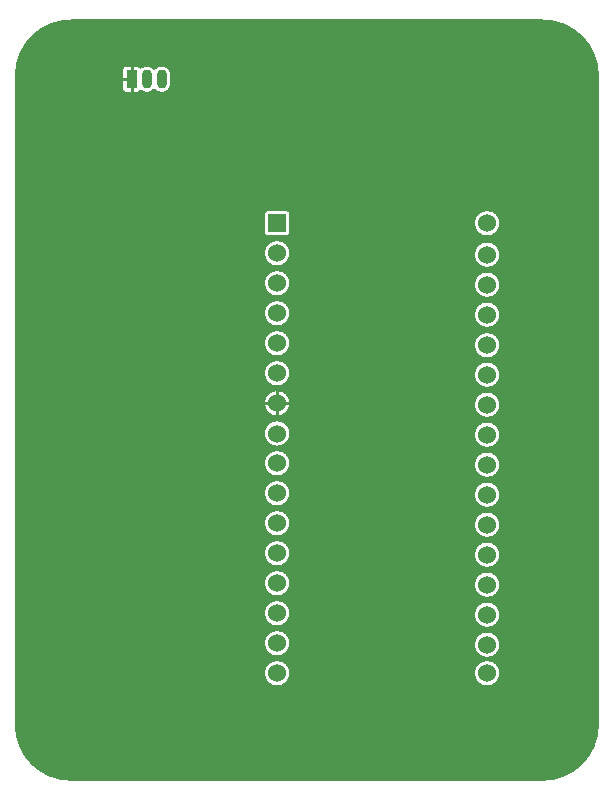
<source format=gbl>
G04 Layer: BottomLayer*
G04 EasyEDA Pro v2.1.59.0ce47373.225d47, 2024-05-24 15:24:34*
G04 Gerber Generator version 0.3*
G04 Scale: 100 percent, Rotated: No, Reflected: No*
G04 Dimensions in millimeters*
G04 Leading zeros omitted, absolute positions, 3 integers and 5 decimals*
%FSLAX35Y35*%
%MOMM*%
%ADD8191C,0.2032*%
%ADD10C,0.254*%
%ADD11O,0.9X1.6*%
%ADD12R,0.9X1.6*%
%ADD13R,1.524X1.524*%
%ADD14C,1.5262*%
%ADD15C,1.524*%
G75*


G04 Copper Start*
G36*
G01X-4503800Y25514D02*
G02X-4967986Y489700I0J464186D01*
G01Y5989700D01*
G02X-4503800Y6453886I464186J0D01*
G01X-503800D01*
G02X-39614Y5989700I0J-464186D01*
G01Y489700D01*
G02X-503800Y25514I-464186J0D01*
G01X-4503800D01*
G37*
%LPC*%
G36*
G01X-4068614Y5876300D02*
G03X-4032800Y5840486I35814J0D01*
G01X-3942800D01*
G03X-3911704Y5858533I0J35814D01*
G03X-3860800Y5840486I50904J62767D01*
G03X-3797300Y5871314I0J80814D01*
G03X-3733800Y5840486I63500J49986D01*
G03X-3652986Y5921300I0J80814D01*
G01Y5991300D01*
G03X-3733800Y6072114I-80814J0D01*
G03X-3797300Y6041286I0J-80814D01*
G03X-3860800Y6072114I-63500J-49986D01*
G03X-3911704Y6054067I0J-80814D01*
G03X-3942800Y6072114I-31096J-17767D01*
G01X-4032800D01*
G03X-4068614Y6036300I0J-35814D01*
G01Y5876300D01*
G37*
G36*
G01X-1089914Y927100D02*
G03X-977900Y815086I112014J0D01*
G03X-865886Y927100I0J112014D01*
G03X-977900Y1039114I-112014J0D01*
G03X-1089914Y927100I0J-112014D01*
G37*
G36*
G01X-977900Y1056543D02*
G03X-865886Y1168557I0J112014D01*
G03X-977900Y1280571I-112014J0D01*
G03X-1089914Y1168557I0J-112014D01*
G03X-977900Y1056543I112014J0D01*
G37*
G36*
G01X-2755900Y1069086D02*
G03X-2643886Y1181100I0J112014D01*
G03X-2755900Y1293114I-112014J0D01*
G03X-2867914Y1181100I0J-112014D01*
G03X-2755900Y1069086I112014J0D01*
G37*
G36*
G01X-1089914Y1422557D02*
G03X-977900Y1310543I112014J0D01*
G03X-865886Y1422557I0J112014D01*
G03X-977900Y1534571I-112014J0D01*
G03X-1089914Y1422557I0J-112014D01*
G37*
G36*
G01X-2755900Y1323086D02*
G03X-2643886Y1435100I0J112014D01*
G03X-2755900Y1547114I-112014J0D01*
G03X-2867914Y1435100I0J-112014D01*
G03X-2755900Y1323086I112014J0D01*
G37*
G36*
G01X-977900Y1564543D02*
G03X-865886Y1676557I0J112014D01*
G03X-977900Y1788571I-112014J0D01*
G03X-1089914Y1676557I0J-112014D01*
G03X-977900Y1564543I112014J0D01*
G37*
G36*
G01X-2867914Y1689100D02*
G03X-2755900Y1577086I112014J0D01*
G03X-2643886Y1689100I0J112014D01*
G03X-2755900Y1801114I-112014J0D01*
G03X-2867914Y1689100I0J-112014D01*
G37*
G36*
G01X-1089914Y1930557D02*
G03X-977900Y1818543I112014J0D01*
G03X-865886Y1930557I0J112014D01*
G03X-977900Y2042571I-112014J0D01*
G03X-1089914Y1930557I0J-112014D01*
G37*
G36*
G01X-2755900Y1831086D02*
G03X-2643886Y1943100I0J112014D01*
G03X-2755900Y2055114I-112014J0D01*
G03X-2867914Y1943100I0J-112014D01*
G03X-2755900Y1831086I112014J0D01*
G37*
G36*
G01X-977900Y2072543D02*
G03X-865886Y2184557I0J112014D01*
G03X-977900Y2296571I-112014J0D01*
G03X-1089914Y2184557I0J-112014D01*
G03X-977900Y2072543I112014J0D01*
G37*
G36*
G01X-2867914Y2197100D02*
G03X-2755900Y2085086I112014J0D01*
G03X-2643886Y2197100I0J112014D01*
G03X-2755900Y2309114I-112014J0D01*
G03X-2867914Y2197100I0J-112014D01*
G37*
G36*
G01X-1089914Y2438557D02*
G03X-977900Y2326543I112014J0D01*
G03X-865886Y2438557I0J112014D01*
G03X-977900Y2550571I-112014J0D01*
G03X-1089914Y2438557I0J-112014D01*
G37*
G36*
G01X-2755900Y2339086D02*
G03X-2643886Y2451100I0J112014D01*
G03X-2755900Y2563114I-112014J0D01*
G03X-2867914Y2451100I0J-112014D01*
G03X-2755900Y2339086I112014J0D01*
G37*
G36*
G01X-977900Y2580543D02*
G03X-865886Y2692557I0J112014D01*
G03X-977900Y2804571I-112014J0D01*
G03X-1089914Y2692557I0J-112014D01*
G03X-977900Y2580543I112014J0D01*
G37*
G36*
G01X-2755900Y2593086D02*
G03X-2643886Y2705100I0J112014D01*
G03X-2755900Y2817114I-112014J0D01*
G03X-2867914Y2705100I0J-112014D01*
G03X-2755900Y2593086I112014J0D01*
G37*
G36*
G01X-1089914Y2946557D02*
G03X-977900Y2834543I112014J0D01*
G03X-865886Y2946557I0J112014D01*
G03X-977900Y3058571I-112014J0D01*
G03X-1089914Y2946557I0J-112014D01*
G37*
G36*
G01X-2867914Y2956926D02*
G03X-2755900Y2844912I112014J0D01*
G03X-2643886Y2956926I0J112014D01*
G03X-2755900Y3068940I-112014J0D01*
G03X-2867914Y2956926I0J-112014D01*
G37*
G36*
G01X-1089914Y3200557D02*
G03X-977900Y3088543I112014J0D01*
G03X-865886Y3200557I0J112014D01*
G03X-977900Y3312571I-112014J0D01*
G03X-1089914Y3200557I0J-112014D01*
G37*
G36*
G01X-2755900Y3101086D02*
G03X-2643886Y3213100I0J112014D01*
G03X-2755900Y3325114I-112014J0D01*
G03X-2867914Y3213100I0J-112014D01*
G03X-2755900Y3101086I112014J0D01*
G37*
G36*
G01X-1089914Y3454557D02*
G03X-977900Y3342543I112014J0D01*
G03X-865886Y3454557I0J112014D01*
G03X-977900Y3566571I-112014J0D01*
G03X-1089914Y3454557I0J-112014D01*
G37*
G36*
G01X-2755900Y3355086D02*
G03X-2643886Y3467100I0J112014D01*
G03X-2755900Y3579114I-112014J0D01*
G03X-2867914Y3467100I0J-112014D01*
G03X-2755900Y3355086I112014J0D01*
G37*
G36*
G01X-1089914Y3704350D02*
G03X-977900Y3592336I112014J0D01*
G03X-865886Y3704350I0J112014D01*
G03X-977900Y3816364I-112014J0D01*
G03X-1089914Y3704350I0J-112014D01*
G37*
G36*
G01X-2755900Y3609086D02*
G03X-2643886Y3721100I0J112014D01*
G03X-2755900Y3833114I-112014J0D01*
G03X-2867914Y3721100I0J-112014D01*
G03X-2755900Y3609086I112014J0D01*
G37*
G36*
G01X-1089914Y3962557D02*
G03X-977900Y3850543I112014J0D01*
G03X-865886Y3962557I0J112014D01*
G03X-977900Y4074571I-112014J0D01*
G03X-1089914Y3962557I0J-112014D01*
G37*
G36*
G01X-2755900Y3863086D02*
G03X-2643886Y3975100I0J112014D01*
G03X-2755900Y4087114I-112014J0D01*
G03X-2867914Y3975100I0J-112014D01*
G03X-2755900Y3863086I112014J0D01*
G37*
G36*
G01X-1089914Y4216557D02*
G03X-977900Y4104543I112014J0D01*
G03X-865886Y4216557I0J112014D01*
G03X-977900Y4328571I-112014J0D01*
G03X-1089914Y4216557I0J-112014D01*
G37*
G36*
G01X-2867914Y4229100D02*
G03X-2755900Y4117086I112014J0D01*
G03X-2643886Y4229100I0J112014D01*
G03X-2755900Y4341114I-112014J0D01*
G03X-2867914Y4229100I0J-112014D01*
G37*
G36*
G01X-977900Y4358543D02*
G03X-865886Y4470557I0J112014D01*
G03X-977900Y4582571I-112014J0D01*
G03X-1089914Y4470557I0J-112014D01*
G03X-977900Y4358543I112014J0D01*
G37*
G36*
G01X-2867914Y4483100D02*
G03X-2755900Y4371086I112014J0D01*
G03X-2643886Y4483100I0J112014D01*
G03X-2755900Y4595114I-112014J0D01*
G03X-2867914Y4483100I0J-112014D01*
G37*
G36*
G01X-2867914Y4660900D02*
G03X-2832100Y4625086I35814J0D01*
G01X-2679700D01*
G03X-2643886Y4660900I0J35814D01*
G01Y4813300D01*
G03X-2679700Y4849114I-35814J0D01*
G01X-2832100D01*
G03X-2867914Y4813300I0J-35814D01*
G01Y4660900D01*
G37*
G36*
G01X-1089914Y4737100D02*
G03X-977900Y4625086I112014J0D01*
G03X-865886Y4737100I0J112014D01*
G03X-977900Y4849114I-112014J0D01*
G03X-1089914Y4737100I0J-112014D01*
G37*
G36*
G01X-2755900Y815086D02*
G03X-2643886Y927100I0J112014D01*
G03X-2755900Y1039114I-112014J0D01*
G03X-2867914Y927100I0J-112014D01*
G03X-2755900Y815086I112014J0D01*
G37*
%LPD*%
G54D8191*
G01X-4503800Y25514D02*
G02X-4967986Y489700I0J464186D01*
G01Y5989700D01*
G02X-4503800Y6453886I464186J0D01*
G01X-503800D01*
G02X-39614Y5989700I0J-464186D01*
G01Y489700D01*
G02X-503800Y25514I-464186J0D01*
G01X-4503800D01*
G01X-4068614Y5876300D02*
G03X-4032800Y5840486I35814J0D01*
G01X-3942800D01*
G03X-3911704Y5858533I0J35814D01*
G03X-3860800Y5840486I50904J62767D01*
G03X-3797300Y5871314I0J80814D01*
G03X-3733800Y5840486I63500J49986D01*
G03X-3652986Y5921300I0J80814D01*
G01Y5991300D01*
G03X-3733800Y6072114I-80814J0D01*
G03X-3797300Y6041286I0J-80814D01*
G03X-3860800Y6072114I-63500J-49986D01*
G03X-3911704Y6054067I0J-80814D01*
G03X-3942800Y6072114I-31096J-17767D01*
G01X-4032800D01*
G03X-4068614Y6036300I0J-35814D01*
G01Y5876300D01*
G01X-1089914Y927100D02*
G03X-977900Y815086I112014J0D01*
G03X-865886Y927100I0J112014D01*
G03X-977900Y1039114I-112014J0D01*
G03X-1089914Y927100I0J-112014D01*
G01X-977900Y1056543D02*
G03X-865886Y1168557I0J112014D01*
G03X-977900Y1280571I-112014J0D01*
G03X-1089914Y1168557I0J-112014D01*
G03X-977900Y1056543I112014J0D01*
G01X-2755900Y1069086D02*
G03X-2643886Y1181100I0J112014D01*
G03X-2755900Y1293114I-112014J0D01*
G03X-2867914Y1181100I0J-112014D01*
G03X-2755900Y1069086I112014J0D01*
G01X-1089914Y1422557D02*
G03X-977900Y1310543I112014J0D01*
G03X-865886Y1422557I0J112014D01*
G03X-977900Y1534571I-112014J0D01*
G03X-1089914Y1422557I0J-112014D01*
G01X-2755900Y1323086D02*
G03X-2643886Y1435100I0J112014D01*
G03X-2755900Y1547114I-112014J0D01*
G03X-2867914Y1435100I0J-112014D01*
G03X-2755900Y1323086I112014J0D01*
G01X-977900Y1564543D02*
G03X-865886Y1676557I0J112014D01*
G03X-977900Y1788571I-112014J0D01*
G03X-1089914Y1676557I0J-112014D01*
G03X-977900Y1564543I112014J0D01*
G01X-2867914Y1689100D02*
G03X-2755900Y1577086I112014J0D01*
G03X-2643886Y1689100I0J112014D01*
G03X-2755900Y1801114I-112014J0D01*
G03X-2867914Y1689100I0J-112014D01*
G01X-1089914Y1930557D02*
G03X-977900Y1818543I112014J0D01*
G03X-865886Y1930557I0J112014D01*
G03X-977900Y2042571I-112014J0D01*
G03X-1089914Y1930557I0J-112014D01*
G01X-2755900Y1831086D02*
G03X-2643886Y1943100I0J112014D01*
G03X-2755900Y2055114I-112014J0D01*
G03X-2867914Y1943100I0J-112014D01*
G03X-2755900Y1831086I112014J0D01*
G01X-977900Y2072543D02*
G03X-865886Y2184557I0J112014D01*
G03X-977900Y2296571I-112014J0D01*
G03X-1089914Y2184557I0J-112014D01*
G03X-977900Y2072543I112014J0D01*
G01X-2867914Y2197100D02*
G03X-2755900Y2085086I112014J0D01*
G03X-2643886Y2197100I0J112014D01*
G03X-2755900Y2309114I-112014J0D01*
G03X-2867914Y2197100I0J-112014D01*
G01X-1089914Y2438557D02*
G03X-977900Y2326543I112014J0D01*
G03X-865886Y2438557I0J112014D01*
G03X-977900Y2550571I-112014J0D01*
G03X-1089914Y2438557I0J-112014D01*
G01X-2755900Y2339086D02*
G03X-2643886Y2451100I0J112014D01*
G03X-2755900Y2563114I-112014J0D01*
G03X-2867914Y2451100I0J-112014D01*
G03X-2755900Y2339086I112014J0D01*
G01X-977900Y2580543D02*
G03X-865886Y2692557I0J112014D01*
G03X-977900Y2804571I-112014J0D01*
G03X-1089914Y2692557I0J-112014D01*
G03X-977900Y2580543I112014J0D01*
G01X-2755900Y2593086D02*
G03X-2643886Y2705100I0J112014D01*
G03X-2755900Y2817114I-112014J0D01*
G03X-2867914Y2705100I0J-112014D01*
G03X-2755900Y2593086I112014J0D01*
G01X-1089914Y2946557D02*
G03X-977900Y2834543I112014J0D01*
G03X-865886Y2946557I0J112014D01*
G03X-977900Y3058571I-112014J0D01*
G03X-1089914Y2946557I0J-112014D01*
G01X-2867914Y2956926D02*
G03X-2755900Y2844912I112014J0D01*
G03X-2643886Y2956926I0J112014D01*
G03X-2755900Y3068940I-112014J0D01*
G03X-2867914Y2956926I0J-112014D01*
G01X-1089914Y3200557D02*
G03X-977900Y3088543I112014J0D01*
G03X-865886Y3200557I0J112014D01*
G03X-977900Y3312571I-112014J0D01*
G03X-1089914Y3200557I0J-112014D01*
G01X-2755900Y3101086D02*
G03X-2643886Y3213100I0J112014D01*
G03X-2755900Y3325114I-112014J0D01*
G03X-2867914Y3213100I0J-112014D01*
G03X-2755900Y3101086I112014J0D01*
G01X-1089914Y3454557D02*
G03X-977900Y3342543I112014J0D01*
G03X-865886Y3454557I0J112014D01*
G03X-977900Y3566571I-112014J0D01*
G03X-1089914Y3454557I0J-112014D01*
G01X-2755900Y3355086D02*
G03X-2643886Y3467100I0J112014D01*
G03X-2755900Y3579114I-112014J0D01*
G03X-2867914Y3467100I0J-112014D01*
G03X-2755900Y3355086I112014J0D01*
G01X-1089914Y3704350D02*
G03X-977900Y3592336I112014J0D01*
G03X-865886Y3704350I0J112014D01*
G03X-977900Y3816364I-112014J0D01*
G03X-1089914Y3704350I0J-112014D01*
G01X-2755900Y3609086D02*
G03X-2643886Y3721100I0J112014D01*
G03X-2755900Y3833114I-112014J0D01*
G03X-2867914Y3721100I0J-112014D01*
G03X-2755900Y3609086I112014J0D01*
G01X-1089914Y3962557D02*
G03X-977900Y3850543I112014J0D01*
G03X-865886Y3962557I0J112014D01*
G03X-977900Y4074571I-112014J0D01*
G03X-1089914Y3962557I0J-112014D01*
G01X-2755900Y3863086D02*
G03X-2643886Y3975100I0J112014D01*
G03X-2755900Y4087114I-112014J0D01*
G03X-2867914Y3975100I0J-112014D01*
G03X-2755900Y3863086I112014J0D01*
G01X-1089914Y4216557D02*
G03X-977900Y4104543I112014J0D01*
G03X-865886Y4216557I0J112014D01*
G03X-977900Y4328571I-112014J0D01*
G03X-1089914Y4216557I0J-112014D01*
G01X-2867914Y4229100D02*
G03X-2755900Y4117086I112014J0D01*
G03X-2643886Y4229100I0J112014D01*
G03X-2755900Y4341114I-112014J0D01*
G03X-2867914Y4229100I0J-112014D01*
G01X-977900Y4358543D02*
G03X-865886Y4470557I0J112014D01*
G03X-977900Y4582571I-112014J0D01*
G03X-1089914Y4470557I0J-112014D01*
G03X-977900Y4358543I112014J0D01*
G01X-2867914Y4483100D02*
G03X-2755900Y4371086I112014J0D01*
G03X-2643886Y4483100I0J112014D01*
G03X-2755900Y4595114I-112014J0D01*
G03X-2867914Y4483100I0J-112014D01*
G01X-2867914Y4660900D02*
G03X-2832100Y4625086I35814J0D01*
G01X-2679700D01*
G03X-2643886Y4660900I0J35814D01*
G01Y4813300D01*
G03X-2679700Y4849114I-35814J0D01*
G01X-2832100D01*
G03X-2867914Y4813300I0J-35814D01*
G01Y4660900D01*
G01X-1089914Y4737100D02*
G03X-977900Y4625086I112014J0D01*
G03X-865886Y4737100I0J112014D01*
G03X-977900Y4849114I-112014J0D01*
G03X-1089914Y4737100I0J-112014D01*
G01X-2755900Y815086D02*
G03X-2643886Y927100I0J112014D01*
G03X-2755900Y1039114I-112014J0D01*
G03X-2867914Y927100I0J-112014D01*
G03X-2755900Y815086I112014J0D01*
G54D10*
G01X-3987800Y5956300D02*
G01X-4058708Y5956300D01*
G01X-3987800Y5956300D02*
G01X-3987800Y6062208D01*
G01X-3987800Y5956300D02*
G01X-3987800Y5850392D01*
G01X-2755900Y3213100D02*
G01X-2858008Y3213100D01*
G01X-2755900Y3213100D02*
G01X-2653792Y3213100D01*
G01X-2755900Y3213100D02*
G01X-2755900Y3315208D01*
G01X-2755900Y3213100D02*
G01X-2755900Y3110992D01*
G04 Copper End*

G04 Pad Start*
G54D11*
G01X-3733800Y5956300D03*
G01X-3860800Y5956300D03*
G54D12*
G01X-3987800Y5956300D03*
G54D13*
G01X-2755900Y4737100D03*
G54D15*
G01X-2755900Y4483100D03*
G01X-2755900Y4229100D03*
G01X-2755900Y3975100D03*
G01X-2755900Y3721100D03*
G01X-2755900Y3467100D03*
G01X-2755900Y3213100D03*
G01X-2755900Y2956926D03*
G01X-2755900Y2705100D03*
G01X-2755900Y2451100D03*
G01X-2755900Y2197100D03*
G01X-2755900Y1943100D03*
G01X-2755900Y1689100D03*
G01X-2755900Y1181100D03*
G01X-2755900Y927100D03*
G01X-2755900Y1435100D03*
G01X-977900Y927100D03*
G01X-977900Y4470557D03*
G01X-977900Y4216557D03*
G01X-977900Y3962557D03*
G01X-977900Y3704350D03*
G01X-977900Y3454557D03*
G01X-977900Y3200557D03*
G01X-977900Y2946557D03*
G01X-977900Y2692557D03*
G01X-977900Y2438557D03*
G01X-977900Y2184557D03*
G01X-977900Y1930557D03*
G01X-977900Y1676557D03*
G01X-977900Y1422557D03*
G01X-977900Y1168557D03*
G01X-977900Y4737100D03*
G04 Pad End*

M02*

</source>
